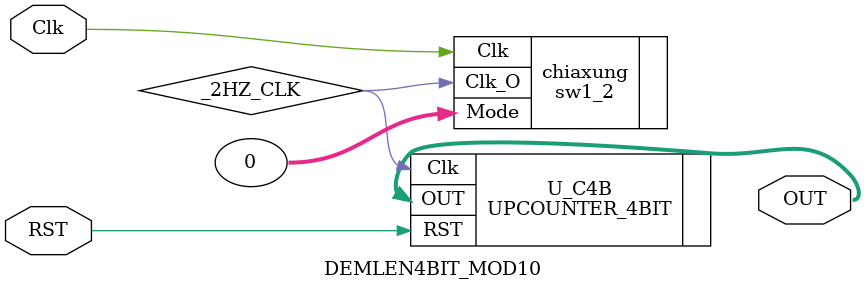
<source format=v>
`timescale 1ns / 1ps
`include "sw1_2.v"
`include "UPCOUNTER_4BIT.v"
module DEMLEN4BIT_MOD10(
    input Clk,
    input RST,
    output [3:0] OUT
    );
	wire _2HZ_CLK;
	sw1_2 chiaxung(.Clk(Clk), .Mode(0), .Clk_O(_2HZ_CLK));
	UPCOUNTER_4BIT U_C4B(.Clk(_2HZ_CLK), .RST(RST), .OUT(OUT));
endmodule

</source>
